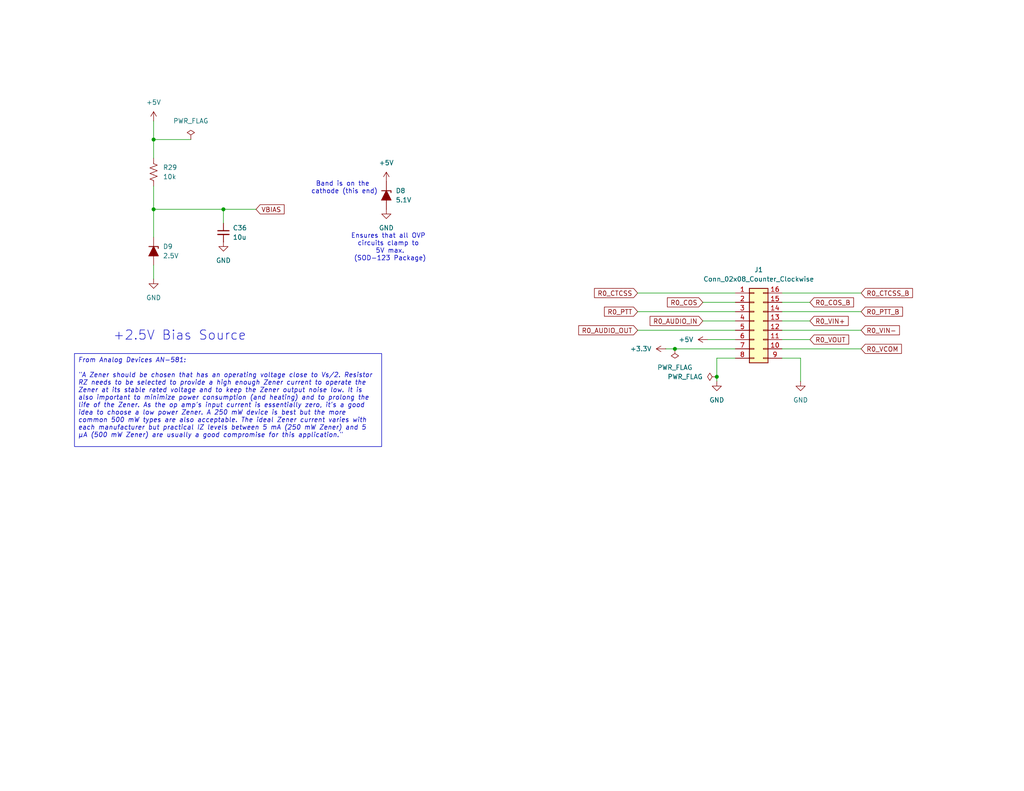
<source format=kicad_sch>
(kicad_sch (version 20250114) (generator "eeschema") (generator_version "9.0")
  (paper "USLetter")
  (lib_symbols
    (symbol "Connector_Generic:Conn_02x08_Counter_Clockwise" (pin_names (offset 1.016) (hide yes))
      (property "Reference" "J" (at 1.27 10.16 0))
      (property "Value" "Conn_02x08_Counter_Clockwise" (at 1.27 -12.7 0))
      (symbol "Conn_02x08_Counter_Clockwise_1_1"
        (rectangle (start -1.27 8.89) (end 3.81 -11.43) (stroke (width 0.254)) (fill (type background)))
        (rectangle (start -1.27 7.747) (end 0 7.493) (stroke (width 0.1524)))
        (rectangle (start -1.27 5.207) (end 0 4.953) (stroke (width 0.1524)))
        (rectangle (start -1.27 2.667) (end 0 2.413) (stroke (width 0.1524)))
        (rectangle (start -1.27 0.127) (end 0 -0.127) (stroke (width 0.1524)))
        (rectangle (start -1.27 -2.413) (end 0 -2.667) (stroke (width 0.1524)))
        (rectangle (start -1.27 -4.953) (end 0 -5.207) (stroke (width 0.1524)))
        (rectangle (start -1.27 -7.493) (end 0 -7.747) (stroke (width 0.1524)))
        (rectangle (start -1.27 -10.033) (end 0 -10.287) (stroke (width 0.1524)))
        (rectangle (start 3.81 7.747) (end 2.54 7.493) (stroke (width 0.1524)))
        (rectangle (start 3.81 5.207) (end 2.54 4.953) (stroke (width 0.1524)))
        (rectangle (start 3.81 2.667) (end 2.54 2.413) (stroke (width 0.1524)))
        (rectangle (start 3.81 0.127) (end 2.54 -0.127) (stroke (width 0.1524)))
        (rectangle (start 3.81 -2.413) (end 2.54 -2.667) (stroke (width 0.1524)))
        (rectangle (start 3.81 -4.953) (end 2.54 -5.207) (stroke (width 0.1524)))
        (rectangle (start 3.81 -7.493) (end 2.54 -7.747) (stroke (width 0.1524)))
        (rectangle (start 3.81 -10.033) (end 2.54 -10.287) (stroke (width 0.1524)))
        (pin passive line (at -5.08 7.62 0) (length 3.81) (name "Pin_1") (number "1"))
        (pin passive line (at -5.08 5.08 0) (length 3.81) (name "Pin_2") (number "2"))
        (pin passive line (at -5.08 2.54 0) (length 3.81) (name "Pin_3") (number "3"))
        (pin passive line (at -5.08 0 0) (length 3.81) (name "Pin_4") (number "4"))
        (pin passive line (at -5.08 -2.54 0) (length 3.81) (name "Pin_5") (number "5"))
        (pin passive line (at -5.08 -5.08 0) (length 3.81) (name "Pin_6") (number "6"))
        (pin passive line (at -5.08 -7.62 0) (length 3.81) (name "Pin_7") (number "7"))
        (pin passive line (at -5.08 -10.16 0) (length 3.81) (name "Pin_8") (number "8"))
        (pin passive line (at 7.62 7.62 180) (length 3.81) (name "Pin_16") (number "16"))
        (pin passive line (at 7.62 5.08 180) (length 3.81) (name "Pin_15") (number "15"))
        (pin passive line (at 7.62 2.54 180) (length 3.81) (name "Pin_14") (number "14"))
        (pin passive line (at 7.62 0 180) (length 3.81) (name "Pin_13") (number "13"))
        (pin passive line (at 7.62 -2.54 180) (length 3.81) (name "Pin_12") (number "12"))
        (pin passive line (at 7.62 -5.08 180) (length 3.81) (name "Pin_11") (number "11"))
        (pin passive line (at 7.62 -7.62 180) (length 3.81) (name "Pin_10") (number "10"))
        (pin passive line (at 7.62 -10.16 180) (length 3.81) (name "Pin_9") (number "9"))
      )
    )
    (symbol "Device:C_Small" (pin_numbers (hide yes)) (pin_names (offset 0.254) (hide yes))
      (property "Reference" "C" (at 0.254 1.778 0))
      (property "Value" "C_Small" (at 0.254 -2.032 0))
      (symbol "C_Small_0_1"
        (polyline (pts (xy -1.524 0.508) (xy 1.524 0.508)) (stroke (width 0.3048)))
        (polyline (pts (xy -1.524 -0.508) (xy 1.524 -0.508)) (stroke (width 0.3302)))
      )
      (symbol "C_Small_1_1"
        (pin passive line (at 0 2.54 270) (length 2.032) (name "~") (number "1"))
        (pin passive line (at 0 -2.54 90) (length 2.032) (name "~") (number "2"))
      )
    )
    (symbol "Device:D_Zener_Filled" (pin_numbers (hide yes)) (pin_names (offset 1.016) (hide yes))
      (property "Reference" "D" (at 0 2.54 0))
      (property "Value" "D_Zener_Filled" (at 0 -2.54 0))
      (symbol "D_Zener_Filled_0_1"
        (polyline (pts (xy -1.27 -1.27) (xy -1.27 1.27) (xy -0.762 1.27)) (stroke (width 0.254)))
        (polyline (pts (xy 1.27 0) (xy -1.27 0)))
        (polyline (pts (xy 1.27 -1.27) (xy 1.27 1.27) (xy -1.27 0) (xy 1.27 -1.27)) (stroke (width 0.254)) (fill (type outline)))
      )
      (symbol "D_Zener_Filled_1_1"
        (pin passive line (at -3.81 0 0) (length 2.54) (name "K") (number "1"))
        (pin passive line (at 3.81 0 180) (length 2.54) (name "A") (number "2"))
      )
    )
    (symbol "Device:R_US" (pin_numbers (hide yes)) (pin_names (offset 0))
      (property "Reference" "R" (at 2.54 0 90))
      (property "Value" "R_US" (at -2.54 0 90))
      (symbol "R_US_0_1"
        (polyline (pts (xy 0 2.286) (xy 0 2.54)))
        (polyline (pts (xy 0 2.286) (xy 1.016 1.905) (xy 0 1.524) (xy -1.016 1.143) (xy 0 0.762)))
        (polyline (pts (xy 0 0.762) (xy 1.016 0.381) (xy 0 0) (xy -1.016 -0.381) (xy 0 -0.762)))
        (polyline (pts (xy 0 -0.762) (xy 1.016 -1.143) (xy 0 -1.524) (xy -1.016 -1.905) (xy 0 -2.286)))
        (polyline (pts (xy 0 -2.286) (xy 0 -2.54)))
      )
      (symbol "R_US_1_1"
        (pin passive line (at 0 3.81 270) (length 1.27) (name "~") (number "1"))
        (pin passive line (at 0 -3.81 90) (length 1.27) (name "~") (number "2"))
      )
    )
    (symbol "power:+3.3V" (power) (pin_numbers (hide yes)) (pin_names (offset 0) (hide yes))
      (property "Value" "+3.3V" (at 0 3.556 0))
      (symbol "+3.3V_0_1"
        (polyline (pts (xy -0.762 1.27) (xy 0 2.54)))
        (polyline (pts (xy 0 2.54) (xy 0.762 1.27)))
        (polyline (pts (xy 0 0) (xy 0 2.54)))
      )
      (symbol "+3.3V_1_1"
        (pin power_in line (at 0 0 90) (length 0) (name "~") (number "1"))
      )
    )
    (symbol "power:+5V" (power) (pin_numbers (hide yes)) (pin_names (offset 0) (hide yes))
      (property "Value" "+5V" (at 0 3.556 0))
      (symbol "+5V_0_1"
        (polyline (pts (xy -0.762 1.27) (xy 0 2.54)))
        (polyline (pts (xy 0 2.54) (xy 0.762 1.27)))
        (polyline (pts (xy 0 0) (xy 0 2.54)))
      )
      (symbol "+5V_1_1"
        (pin power_in line (at 0 0 90) (length 0) (name "~") (number "1"))
      )
    )
    (symbol "power:GND" (power) (pin_numbers (hide yes)) (pin_names (offset 0) (hide yes))
      (property "Value" "GND" (at 0 -3.81 0))
      (symbol "GND_0_1"
        (polyline (pts (xy 0 0) (xy 0 -1.27) (xy 1.27 -1.27) (xy 0 -2.54) (xy -1.27 -1.27) (xy 0 -1.27)))
      )
      (symbol "GND_1_1"
        (pin power_in line (at 0 0 270) (length 0) (name "~") (number "1"))
      )
    )
    (symbol "power:PWR_FLAG" (power) (pin_numbers (hide yes)) (pin_names (offset 0) (hide yes))
      (property "Value" "PWR_FLAG" (at 0 3.81 0))
      (symbol "PWR_FLAG_0_0"
        (pin power_out line (at 0 0 90) (length 0) (name "~") (number "1"))
      )
      (symbol "PWR_FLAG_0_1"
        (polyline (pts (xy 0 0) (xy 0 1.27) (xy -1.016 1.905) (xy 0 2.54) (xy 1.016 1.905) (xy 0 1.27)))
      )
    )
  )
  (text "Band is on the \ncathode (this end)" (at 93.98 51.308 0) (effects (font (size 1.27 1.27))))
  (text "Ensures that all OVP \ncircuits clamp to \n5V max.\n(SOD-123 Package)" (at 106.426 67.564 0) (effects (font (size 1.27 1.27))))
  (text "+2.5V Bias Source" (at 49.022 91.694 0) (effects (font (size 2.54 2.54))))
  (text_box "From Analog Devices AN-581:\n\n\"A Zener should be chosen that has an operating voltage close to Vs/2. Resistor RZ needs to be selected to provide a high enough Zener current to operate the Zener at its stable rated voltage and to keep the Zener output noise low. It is also important to minimize power consumption (and heating) and to prolong the life of the Zener. As the op amp's input current is essentially zero, it's a good idea to choose a low power Zener. A 250 mW device is best but the more common 500 mW types are also acceptable. The ideal Zener current varies with each manufacturer but practical IZ levels between 5 mA (250 mW Zener) and 5 µA (500 mW Zener) are usually a good compromise for this application.\"\n" (at 20.32 96.52 0) (size 83.82 25.4) (margins 0.9525 0.9525 0.9525 0.9525) (effects (font (size 1.27 1.27) (italic yes)) (justify left top)))
  (junction (at 41.91 57.15))
  (junction (at 41.91 38.1))
  (junction (at 60.96 57.15))
  (junction (at 184.15 95.25))
  (junction (at 195.58 102.87))
  (wire (pts (xy 213.36 97.79) (xy 218.44 97.79)))
  (wire (pts (xy 195.58 102.87) (xy 195.58 104.14)))
  (wire (pts (xy 181.61 95.25) (xy 184.15 95.25)))
  (wire (pts (xy 41.91 57.15) (xy 60.96 57.15)))
  (wire (pts (xy 191.77 87.63) (xy 200.66 87.63)))
  (wire (pts (xy 41.91 38.1) (xy 52.07 38.1)))
  (wire (pts (xy 60.96 57.15) (xy 69.85 57.15)))
  (wire (pts (xy 213.36 80.01) (xy 234.95 80.01)))
  (wire (pts (xy 41.91 50.8) (xy 41.91 57.15)))
  (wire (pts (xy 173.99 85.09) (xy 200.66 85.09)))
  (wire (pts (xy 218.44 97.79) (xy 218.44 104.14)))
  (wire (pts (xy 184.15 95.25) (xy 200.66 95.25)))
  (wire (pts (xy 41.91 57.15) (xy 41.91 64.77)))
  (wire (pts (xy 191.77 82.55) (xy 200.66 82.55)))
  (wire (pts (xy 41.91 72.39) (xy 41.91 76.2)))
  (wire (pts (xy 41.91 38.1) (xy 41.91 43.18)))
  (wire (pts (xy 213.36 92.71) (xy 220.98 92.71)))
  (wire (pts (xy 213.36 85.09) (xy 234.95 85.09)))
  (wire (pts (xy 195.58 97.79) (xy 195.58 102.87)))
  (wire (pts (xy 60.96 57.15) (xy 60.96 60.96)))
  (wire (pts (xy 213.36 87.63) (xy 220.98 87.63)))
  (wire (pts (xy 195.58 97.79) (xy 200.66 97.79)))
  (wire (pts (xy 173.99 80.01) (xy 200.66 80.01)))
  (wire (pts (xy 193.04 92.71) (xy 200.66 92.71)))
  (wire (pts (xy 173.99 90.17) (xy 200.66 90.17)))
  (wire (pts (xy 213.36 95.25) (xy 234.95 95.25)))
  (wire (pts (xy 41.91 33.02) (xy 41.91 38.1)))
  (wire (pts (xy 213.36 82.55) (xy 220.98 82.55)))
  (wire (pts (xy 213.36 90.17) (xy 234.95 90.17)))
  (global_label "VBIAS" (shape input) (at 69.85 57.15 0) (property "Intersheetrefs" "${INTERSHEET_REFS}" (effects (hide yes))))
  (global_label "R0_AUDIO_IN" (shape input) (at 191.77 87.63 180) (property "Intersheetrefs" "${INTERSHEET_REFS}" (effects (hide yes))))
  (global_label "R0_COS_B" (shape input) (at 220.98 82.55 0) (property "Intersheetrefs" "${INTERSHEET_REFS}" (effects (hide yes))))
  (global_label "R0_CTCSS_B" (shape input) (at 234.95 80.01 0) (property "Intersheetrefs" "${INTERSHEET_REFS}" (effects (hide yes))))
  (global_label "R0_CTCSS" (shape input) (at 173.99 80.01 180) (property "Intersheetrefs" "${INTERSHEET_REFS}" (effects (hide yes))))
  (global_label "R0_VIN+" (shape input) (at 220.98 87.63 0) (property "Intersheetrefs" "${INTERSHEET_REFS}" (effects (hide yes))))
  (global_label "R0_VOUT" (shape input) (at 220.98 92.71 0) (property "Intersheetrefs" "${INTERSHEET_REFS}" (effects (hide yes))))
  (global_label "R0_PTT" (shape input) (at 173.99 85.09 180) (property "Intersheetrefs" "${INTERSHEET_REFS}" (effects (hide yes))))
  (global_label "R0_VIN-" (shape input) (at 234.95 90.17 0) (property "Intersheetrefs" "${INTERSHEET_REFS}" (effects (hide yes))))
  (global_label "R0_PTT_B" (shape input) (at 234.95 85.09 0) (property "Intersheetrefs" "${INTERSHEET_REFS}" (effects (hide yes))))
  (global_label "R0_COS" (shape input) (at 191.77 82.55 180) (property "Intersheetrefs" "${INTERSHEET_REFS}" (effects (hide yes))))
  (global_label "R0_AUDIO_OUT" (shape input) (at 173.99 90.17 180) (property "Intersheetrefs" "${INTERSHEET_REFS}" (effects (hide yes))))
  (global_label "R0_VCOM" (shape input) (at 234.95 95.25 0) (property "Intersheetrefs" "${INTERSHEET_REFS}" (effects (hide yes))))
  (symbol (lib_id "power:GND") (at 41.91 76.2 0) (unit 1)
    (property "Reference" "#PWR083" (effects (hide yes)))
    (property "Value" "GND" (at 41.91 81.28 0))
    (property "Description" "Power symbol creates a global label with name \"GND\" , ground" (effects (hide yes)))
  )
  (symbol (lib_id "power:+3.3V") (at 181.61 95.25 90) (unit 1)
    (property "Reference" "#PWR03" (effects (hide yes)))
    (property "Value" "+3.3V" (at 177.8 95.2499 90) (effects (justify left)))
    (property "Description" "Power symbol creates a global label with name \"+3.3V\"" (effects (hide yes)))
  )
  (symbol (lib_id "power:GND") (at 195.58 104.14 0) (unit 1)
    (property "Reference" "#PWR01" (effects (hide yes)))
    (property "Value" "GND" (at 195.58 109.22 0))
    (property "Description" "Power symbol creates a global label with name \"GND\" , ground" (effects (hide yes)))
  )
  (symbol (lib_id "power:PWR_FLAG") (at 195.58 102.87 90) (unit 1)
    (property "Reference" "#FLG03" (effects (hide yes)))
    (property "Value" "PWR_FLAG" (at 191.77 102.8699 90) (effects (justify left)))
    (property "Description" "Special symbol for telling ERC where power comes from" (effects (hide yes)))
  )
  (symbol (lib_id "power:+5V") (at 193.04 92.71 90) (unit 1)
    (property "Reference" "#PWR02" (effects (hide yes)))
    (property "Value" "+5V" (at 189.23 92.7099 90) (effects (justify left)))
    (property "Description" "Power symbol creates a global label with name \"+5V\"" (effects (hide yes)))
  )
  (symbol (lib_id "power:GND") (at 60.96 66.04 0) (unit 1)
    (property "Reference" "#PWR085" (effects (hide yes)))
    (property "Value" "GND" (at 60.96 71.12 0))
    (property "Description" "Power symbol creates a global label with name \"GND\" , ground" (effects (hide yes)))
  )
  (symbol (lib_id "power:GND") (at 105.41 57.15 0) (unit 1)
    (property "Reference" "#PWR0106" (effects (hide yes)))
    (property "Value" "GND" (at 105.41 62.23 0))
    (property "Description" "Power symbol creates a global label with name \"GND\" , ground" (effects (hide yes)))
  )
  (symbol (lib_id "Device:D_Zener_Filled") (at 105.41 53.34 270) (unit 1)
    (property "Reference" "D8" (at 107.95 52.0699 90) (effects (justify left)))
    (property "Value" "5.1V" (at 107.95 54.6099 90) (effects (justify left)))
    (property "Footprint" "Diode_SMD:D_SOD-123" (effects (hide yes)))
    (property "Description" "Zener diode, filled shape" (effects (hide yes)))
  )
  (symbol (lib_id "power:PWR_FLAG") (at 184.15 95.25 180) (unit 1)
    (property "Reference" "#FLG02" (effects (hide yes)))
    (property "Value" "PWR_FLAG" (at 184.15 100.33 0))
    (property "Description" "Special symbol for telling ERC where power comes from" (effects (hide yes)))
  )
  (symbol (lib_id "Device:R_US") (at 41.91 46.99 0) (unit 1)
    (property "Reference" "R29" (at 44.45 45.7199 0) (effects (justify left)))
    (property "Value" "10k" (at 44.45 48.2599 0) (effects (justify left)))
    (property "Footprint" "Resistor_SMD:R_0805_2012Metric_Pad1.20x1.40mm_HandSolder" (effects (hide yes)))
    (property "Description" "Resistor, US symbol" (effects (hide yes)))
  )
  (symbol (lib_id "power:GND") (at 218.44 104.14 0) (unit 1)
    (property "Reference" "#PWR04" (effects (hide yes)))
    (property "Value" "GND" (at 218.44 109.22 0))
    (property "Description" "Power symbol creates a global label with name \"GND\" , ground" (effects (hide yes)))
  )
  (symbol (lib_id "Device:C_Small") (at 60.96 63.5 0) (unit 1)
    (property "Reference" "C36" (at 63.5 62.2362 0) (effects (justify left)))
    (property "Value" "10u" (at 63.5 64.7762 0) (effects (justify left)))
    (property "Footprint" "Capacitor_SMD:C_0805_2012Metric_Pad1.18x1.45mm_HandSolder" (effects (hide yes)))
    (property "Description" "Unpolarized capacitor, small symbol" (effects (hide yes)))
  )
  (symbol (lib_id "power:+5V") (at 41.91 33.02 0) (unit 1)
    (property "Reference" "#PWR082" (effects (hide yes)))
    (property "Value" "+5V" (at 41.91 27.94 0))
    (property "Description" "Power symbol creates a global label with name \"+5V\"" (effects (hide yes)))
  )
  (symbol (lib_id "Device:D_Zener_Filled") (at 41.91 68.58 270) (unit 1)
    (property "Reference" "D9" (at 44.45 67.3099 90) (effects (justify left)))
    (property "Value" "2.5V" (at 44.45 69.8499 90) (effects (justify left)))
    (property "Footprint" "Diode_SMD:D_SOD-123" (effects (hide yes)))
    (property "Description" "Zener diode, filled shape" (effects (hide yes)))
  )
  (symbol (lib_id "power:PWR_FLAG") (at 52.07 38.1 0) (unit 1)
    (property "Reference" "#FLG01" (effects (hide yes)))
    (property "Value" "PWR_FLAG" (at 52.07 33.02 0))
    (property "Description" "Special symbol for telling ERC where power comes from" (effects (hide yes)))
  )
  (symbol (lib_id "power:+5V") (at 105.41 49.53 0) (unit 1)
    (property "Reference" "#PWR0105" (effects (hide yes)))
    (property "Value" "+5V" (at 105.41 44.45 0))
    (property "Description" "Power symbol creates a global label with name \"+5V\"" (effects (hide yes)))
  )
  (symbol (lib_id "Connector_Generic:Conn_02x08_Counter_Clockwise") (at 205.74 87.63 0) (unit 1)
    (property "Reference" "J1" (at 207.01 73.66 0))
    (property "Value" "Conn_02x08_Counter_Clockwise" (at 207.01 76.2 0))
    (property "Description" "Generic connector, double row, 02x08, counter clockwise pin numbering scheme (similar to DIP package numbering), script generated (kicad-library-utils/schlib/autogen/connector/)" (effects (hide yes)))
  )
)
</source>
